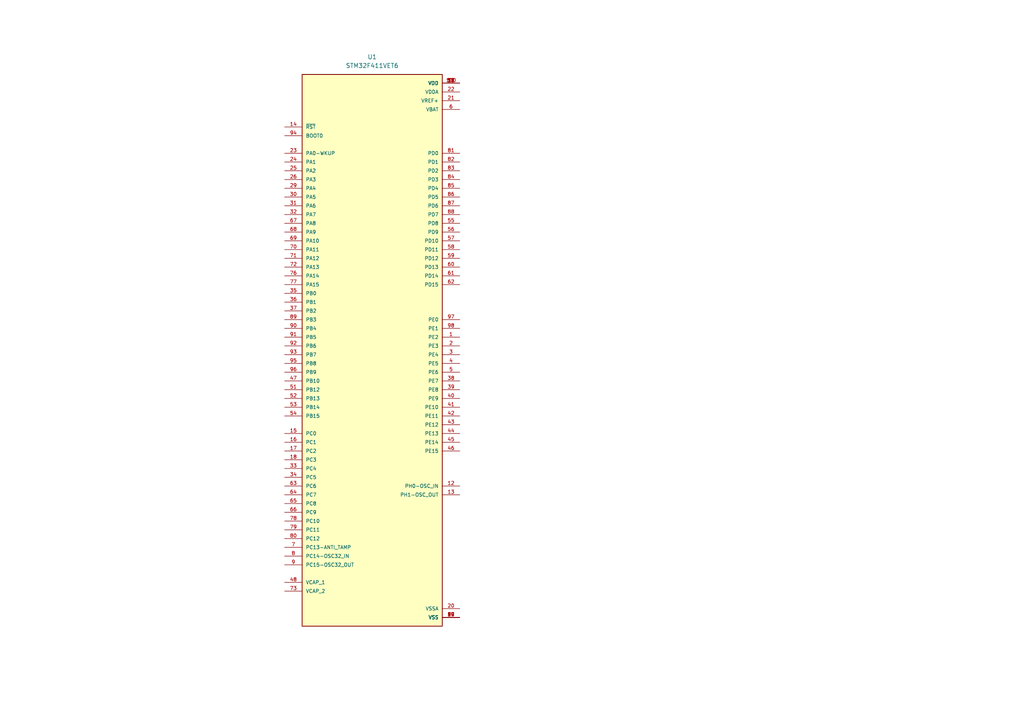
<source format=kicad_sch>
(kicad_sch (version 20231120) (generator "eeschema") (generator_version "8.0")
  (paper "A4")
  (lib_symbols
    (symbol "STM32F411VET6:STM32F411VET6" (pin_names (offset 1.016))
      (property "Reference" "U" (at -20.574 79.502 0))
      (property "Value" "STM32F411VET6" (at -20.3584 -83.9785 0))
      (symbol "STM32F411VET6_0_0"
        (rectangle (start -20.32 -81.28) (end 20.32 78.74) (stroke (width 0.254)) (fill (type background)))
        (pin bidirectional line (at 25.4 2.54 180) (length 5.08) (name "PE2") (number "1"))
        (pin power_in line (at 25.4 -78.74 180) (length 5.08) (name "VSS") (number "10"))
        (pin power_in line (at 25.4 76.2 180) (length 5.08) (name "VDD") (number "100"))
        (pin power_in line (at 25.4 76.2 180) (length 5.08) (name "VDD") (number "11"))
        (pin bidirectional line (at 25.4 -40.64 180) (length 5.08) (name "PH0-OSC_IN") (number "12"))
        (pin bidirectional line (at 25.4 -43.18 180) (length 5.08) (name "PH1-OSC_OUT") (number "13"))
        (pin input line (at -25.4 63.5 0) (length 5.08) (name "~{RST}") (number "14"))
        (pin bidirectional line (at -25.4 -25.4 0) (length 5.08) (name "PC0") (number "15"))
        (pin bidirectional line (at -25.4 -27.94 0) (length 5.08) (name "PC1") (number "16"))
        (pin bidirectional line (at -25.4 -30.48 0) (length 5.08) (name "PC2") (number "17"))
        (pin bidirectional line (at -25.4 -33.02 0) (length 5.08) (name "PC3") (number "18"))
        (pin power_in line (at 25.4 76.2 180) (length 5.08) (name "VDD") (number "19"))
        (pin bidirectional line (at 25.4 0 180) (length 5.08) (name "PE3") (number "2"))
        (pin power_in line (at 25.4 -76.2 180) (length 5.08) (name "VSSA") (number "20"))
        (pin power_in line (at 25.4 71.12 180) (length 5.08) (name "VREF+") (number "21"))
        (pin power_in line (at 25.4 73.66 180) (length 5.08) (name "VDDA") (number "22"))
        (pin bidirectional line (at -25.4 55.88 0) (length 5.08) (name "PA0-WKUP") (number "23"))
        (pin bidirectional line (at -25.4 53.34 0) (length 5.08) (name "PA1") (number "24"))
        (pin bidirectional line (at -25.4 50.8 0) (length 5.08) (name "PA2") (number "25"))
        (pin bidirectional line (at -25.4 48.26 0) (length 5.08) (name "PA3") (number "26"))
        (pin power_in line (at 25.4 -78.74 180) (length 5.08) (name "VSS") (number "27"))
        (pin power_in line (at 25.4 76.2 180) (length 5.08) (name "VDD") (number "28"))
        (pin bidirectional line (at -25.4 45.72 0) (length 5.08) (name "PA4") (number "29"))
        (pin bidirectional line (at 25.4 -2.54 180) (length 5.08) (name "PE4") (number "3"))
        (pin bidirectional line (at -25.4 43.18 0) (length 5.08) (name "PA5") (number "30"))
        (pin bidirectional line (at -25.4 40.64 0) (length 5.08) (name "PA6") (number "31"))
        (pin bidirectional line (at -25.4 38.1 0) (length 5.08) (name "PA7") (number "32"))
        (pin bidirectional line (at -25.4 -35.56 0) (length 5.08) (name "PC4") (number "33"))
        (pin bidirectional line (at -25.4 -38.1 0) (length 5.08) (name "PC5") (number "34"))
        (pin bidirectional line (at -25.4 15.24 0) (length 5.08) (name "PB0") (number "35"))
        (pin bidirectional line (at -25.4 12.7 0) (length 5.08) (name "PB1") (number "36"))
        (pin bidirectional line (at -25.4 10.16 0) (length 5.08) (name "PB2") (number "37"))
        (pin bidirectional line (at 25.4 -10.16 180) (length 5.08) (name "PE7") (number "38"))
        (pin bidirectional line (at 25.4 -12.7 180) (length 5.08) (name "PE8") (number "39"))
        (pin bidirectional line (at 25.4 -5.08 180) (length 5.08) (name "PE5") (number "4"))
        (pin bidirectional line (at 25.4 -15.24 180) (length 5.08) (name "PE9") (number "40"))
        (pin bidirectional line (at 25.4 -17.78 180) (length 5.08) (name "PE10") (number "41"))
        (pin bidirectional line (at 25.4 -20.32 180) (length 5.08) (name "PE11") (number "42"))
        (pin bidirectional line (at 25.4 -22.86 180) (length 5.08) (name "PE12") (number "43"))
        (pin bidirectional line (at 25.4 -25.4 180) (length 5.08) (name "PE13") (number "44"))
        (pin bidirectional line (at 25.4 -27.94 180) (length 5.08) (name "PE14") (number "45"))
        (pin bidirectional line (at 25.4 -30.48 180) (length 5.08) (name "PE15") (number "46"))
        (pin bidirectional line (at -25.4 -10.16 0) (length 5.08) (name "PB10") (number "47"))
        (pin passive line (at -25.4 -68.58 0) (length 5.08) (name "VCAP_1") (number "48"))
        (pin power_in line (at 25.4 -78.74 180) (length 5.08) (name "VSS") (number "49"))
        (pin bidirectional line (at 25.4 -7.62 180) (length 5.08) (name "PE6") (number "5"))
        (pin power_in line (at 25.4 76.2 180) (length 5.08) (name "VDD") (number "50"))
        (pin bidirectional line (at -25.4 -12.7 0) (length 5.08) (name "PB12") (number "51"))
        (pin bidirectional line (at -25.4 -15.24 0) (length 5.08) (name "PB13") (number "52"))
        (pin bidirectional line (at -25.4 -17.78 0) (length 5.08) (name "PB14") (number "53"))
        (pin bidirectional line (at -25.4 -20.32 0) (length 5.08) (name "PB15") (number "54"))
        (pin bidirectional line (at 25.4 35.56 180) (length 5.08) (name "PD8") (number "55"))
        (pin bidirectional line (at 25.4 33.02 180) (length 5.08) (name "PD9") (number "56"))
        (pin bidirectional line (at 25.4 30.48 180) (length 5.08) (name "PD10") (number "57"))
        (pin bidirectional line (at 25.4 27.94 180) (length 5.08) (name "PD11") (number "58"))
        (pin bidirectional line (at 25.4 25.4 180) (length 5.08) (name "PD12") (number "59"))
        (pin power_in line (at 25.4 68.58 180) (length 5.08) (name "VBAT") (number "6"))
        (pin bidirectional line (at 25.4 22.86 180) (length 5.08) (name "PD13") (number "60"))
        (pin bidirectional line (at 25.4 20.32 180) (length 5.08) (name "PD14") (number "61"))
        (pin bidirectional line (at 25.4 17.78 180) (length 5.08) (name "PD15") (number "62"))
        (pin bidirectional line (at -25.4 -40.64 0) (length 5.08) (name "PC6") (number "63"))
        (pin bidirectional line (at -25.4 -43.18 0) (length 5.08) (name "PC7") (number "64"))
        (pin bidirectional line (at -25.4 -45.72 0) (length 5.08) (name "PC8") (number "65"))
        (pin bidirectional line (at -25.4 -48.26 0) (length 5.08) (name "PC9") (number "66"))
        (pin bidirectional line (at -25.4 35.56 0) (length 5.08) (name "PA8") (number "67"))
        (pin bidirectional line (at -25.4 33.02 0) (length 5.08) (name "PA9") (number "68"))
        (pin bidirectional line (at -25.4 30.48 0) (length 5.08) (name "PA10") (number "69"))
        (pin bidirectional line (at -25.4 -58.42 0) (length 5.08) (name "PC13-ANTI_TAMP") (number "7"))
        (pin bidirectional line (at -25.4 27.94 0) (length 5.08) (name "PA11") (number "70"))
        (pin bidirectional line (at -25.4 25.4 0) (length 5.08) (name "PA12") (number "71"))
        (pin bidirectional line (at -25.4 22.86 0) (length 5.08) (name "PA13") (number "72"))
        (pin passive line (at -25.4 -71.12 0) (length 5.08) (name "VCAP_2") (number "73"))
        (pin power_in line (at 25.4 -78.74 180) (length 5.08) (name "VSS") (number "74"))
        (pin power_in line (at 25.4 76.2 180) (length 5.08) (name "VDD") (number "75"))
        (pin bidirectional line (at -25.4 20.32 0) (length 5.08) (name "PA14") (number "76"))
        (pin bidirectional line (at -25.4 17.78 0) (length 5.08) (name "PA15") (number "77"))
        (pin bidirectional line (at -25.4 -50.8 0) (length 5.08) (name "PC10") (number "78"))
        (pin bidirectional line (at -25.4 -53.34 0) (length 5.08) (name "PC11") (number "79"))
        (pin bidirectional line (at -25.4 -60.96 0) (length 5.08) (name "PC14-OSC32_IN") (number "8"))
        (pin bidirectional line (at -25.4 -55.88 0) (length 5.08) (name "PC12") (number "80"))
        (pin bidirectional line (at 25.4 55.88 180) (length 5.08) (name "PD0") (number "81"))
        (pin bidirectional line (at 25.4 53.34 180) (length 5.08) (name "PD1") (number "82"))
        (pin bidirectional line (at 25.4 50.8 180) (length 5.08) (name "PD2") (number "83"))
        (pin bidirectional line (at 25.4 48.26 180) (length 5.08) (name "PD3") (number "84"))
        (pin bidirectional line (at 25.4 45.72 180) (length 5.08) (name "PD4") (number "85"))
        (pin bidirectional line (at 25.4 43.18 180) (length 5.08) (name "PD5") (number "86"))
        (pin bidirectional line (at 25.4 40.64 180) (length 5.08) (name "PD6") (number "87"))
        (pin bidirectional line (at 25.4 38.1 180) (length 5.08) (name "PD7") (number "88"))
        (pin bidirectional line (at -25.4 7.62 0) (length 5.08) (name "PB3") (number "89"))
        (pin bidirectional line (at -25.4 -63.5 0) (length 5.08) (name "PC15-OSC32_OUT") (number "9"))
        (pin bidirectional line (at -25.4 5.08 0) (length 5.08) (name "PB4") (number "90"))
        (pin bidirectional line (at -25.4 2.54 0) (length 5.08) (name "PB5") (number "91"))
        (pin bidirectional line (at -25.4 0 0) (length 5.08) (name "PB6") (number "92"))
        (pin bidirectional line (at -25.4 -2.54 0) (length 5.08) (name "PB7") (number "93"))
        (pin input line (at -25.4 60.96 0) (length 5.08) (name "BOOT0") (number "94"))
        (pin bidirectional line (at -25.4 -5.08 0) (length 5.08) (name "PB8") (number "95"))
        (pin bidirectional line (at -25.4 -7.62 0) (length 5.08) (name "PB9") (number "96"))
        (pin bidirectional line (at 25.4 7.62 180) (length 5.08) (name "PE0") (number "97"))
        (pin bidirectional line (at 25.4 5.08 180) (length 5.08) (name "PE1") (number "98"))
        (pin power_in line (at 25.4 -78.74 180) (length 5.08) (name "VSS") (number "99"))
      )
    )
  )
  (symbol (lib_id "STM32F411VET6:STM32F411VET6") (at 107.95 100.33 0) (unit 1)
    (property "Reference" "U1" (at 107.95 16.51 0))
    (property "Value" "STM32F411VET6" (at 107.95 19.05 0))
    (property "Footprint" "koziol_drone_footprints:STM32F411VET6" (effects (hide yes)))
    (property "MF" "STMicroelectronics" (effects (hide yes)))
    (property "Description_1" "\nARM® Cortex®-M4 STM32F4 Microcontroller IC 32-Bit Single-Core 100MHz 512KB (512K x 8) FLASH 100-LQFP (14x14)\n" (effects (hide yes)))
    (property "Package" "LQFP-100 STMicroelectronics" (effects (hide yes)))
    (property "Price" "None" (effects (hide yes)))
    (property "Check_prices" "https://www.snapeda.com/parts/STM32F411VET6/STMicroelectronics/view-part/?ref=eda" (effects (hide yes)))
    (property "STANDARD" "IPC 7351B" (effects (hide yes)))
    (property "PARTREV" "7" (effects (hide yes)))
    (property "SnapEDA_Link" "https://www.snapeda.com/parts/STM32F411VET6/STMicroelectronics/view-part/?ref=snap" (effects (hide yes)))
    (property "MP" "STM32F411VET6" (effects (hide yes)))
    (property "Availability" "In Stock" (effects (hide yes)))
    (property "MANUFACTURER" "ST MICROELECTRONICS" (effects (hide yes)))
  )
)
</source>
